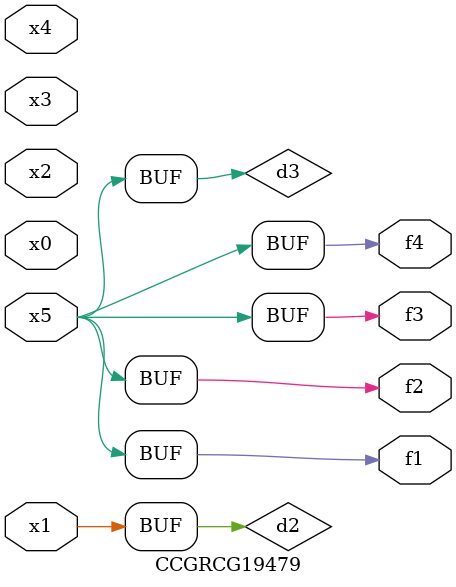
<source format=v>
module CCGRCG19479(
	input x0, x1, x2, x3, x4, x5,
	output f1, f2, f3, f4
);

	wire d1, d2, d3;

	not (d1, x5);
	or (d2, x1);
	xnor (d3, d1);
	assign f1 = d3;
	assign f2 = d3;
	assign f3 = d3;
	assign f4 = d3;
endmodule

</source>
